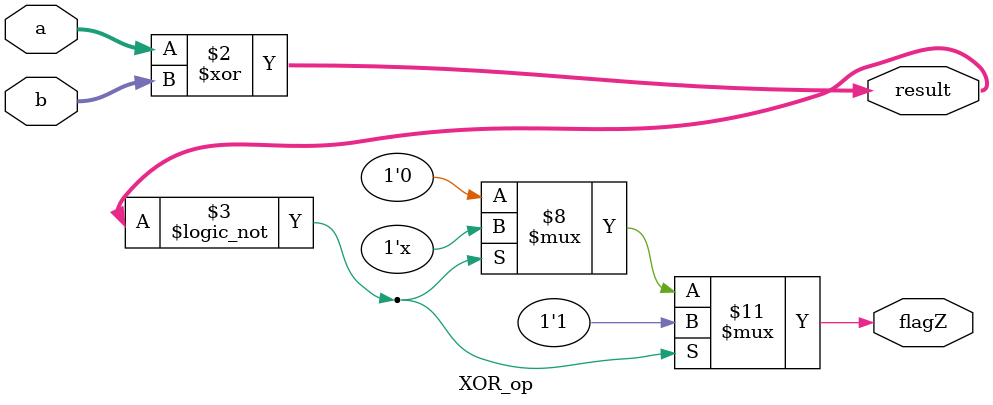
<source format=sv>

module XOR_op #(parameter N=4) ( input logic [N-1:0] a, 
											input logic [N-1:0] b, 
											output reg [N-1:0] result,
											output reg flagZ);
	
	always_comb begin
		
		//INICIALIZACIÓN DE VARIABLES
		result = 0;
		flagZ = 0;
		
		result = a ^ b;
		
		// FLAG CERO
		if (result == 0) begin
			flagZ = 1;
		end
		
		else if (result != 0) begin
			flagZ = 0;
		end
	
	end

endmodule 
</source>
